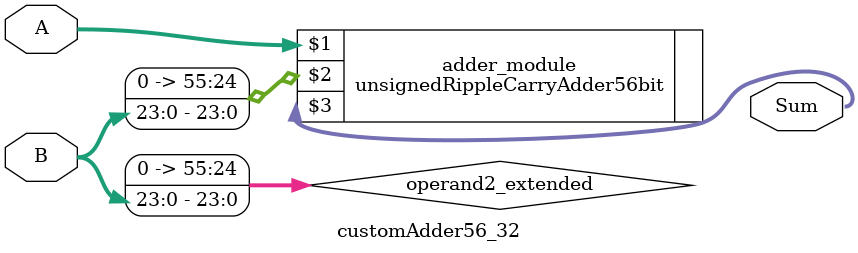
<source format=v>
module customAdder56_32(
                        input [55 : 0] A,
                        input [23 : 0] B,
                        
                        output [56 : 0] Sum
                );

        wire [55 : 0] operand2_extended;
        
        assign operand2_extended =  {32'b0, B};
        
        unsignedRippleCarryAdder56bit adder_module(
            A,
            operand2_extended,
            Sum
        );
        
        endmodule
        
</source>
